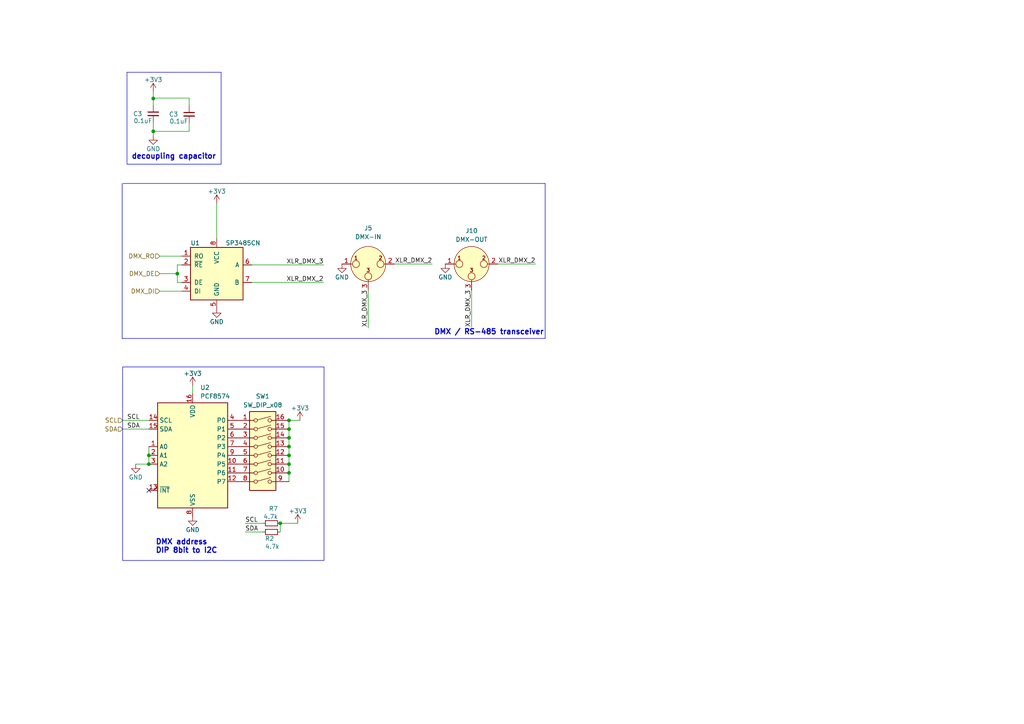
<source format=kicad_sch>
(kicad_sch (version 20230121) (generator eeschema)
  (paper "A4")
  (title_block (title "DMX_ESP_Stepper-controler") (date "2023-09-25") (rev "0.5") (company "l'électron rare") (comment 1 "SAILLANT Clément") (comment 2 "c.saillant@gmail.com") (comment 3 "+33 6 25 33 44 20"))
  (lib_symbols
    (symbol "Connector:XLR3" (pin_names hide)
      (property "Reference" "J" (at 0 8.89 0))
      (property "Value" "XLR3" (at 0 6.35 0))
      (symbol "XLR3_0_1"
        (circle (center -3.556 0) (radius 1.016))
        (circle (center 0 -3.556) (radius 1.016))
        (polyline (pts (xy -5.08 0) (xy -4.572 0)))
        (polyline (pts (xy 0 -5.08) (xy 0 -4.572)))
        (polyline (pts (xy 5.08 0) (xy 4.572 0)))
        (circle (center 0 0) (radius 5.08) (fill (type background)))
        (circle (center 3.556 0) (radius 1.016))
        (text "1" (at -3.556 1.778 0) (effects (font (size 1.016 1.016) bold)))
        (text "2" (at 3.556 1.778 0) (effects (font (size 1.016 1.016) bold)))
        (text "3" (at 0 -1.778 0) (effects (font (size 1.016 1.016) bold)))
        (pin passive line (at -7.62 0 0) (length 2.54) (name "~") (number "1"))
        (pin passive line (at 7.62 0 180) (length 2.54) (name "~") (number "2"))
        (pin passive line (at 0 -7.62 90) (length 2.54) (name "~") (number "3"))
      )
    )
    (symbol "Device:C_Small" (pin_numbers hide) (pin_names (offset 0.254) hide)
      (property "Reference" "C" (at 0.254 1.778 0))
      (property "Value" "Device_C_Small" (at 0.254 -2.032 0))
      (symbol "C_Small_0_1"
        (polyline (pts (xy -1.524 -0.508) (xy 1.524 -0.508)) (stroke (width 0.3302)))
        (polyline (pts (xy -1.524 0.508) (xy 1.524 0.508)) (stroke (width 0.3048)))
      )
      (symbol "C_Small_1_1"
        (pin passive line (at 0 2.54 270) (length 2.032) (name "~") (number "1"))
        (pin passive line (at 0 -2.54 90) (length 2.032) (name "~") (number "2"))
      )
    )
    (symbol "Device:R_Small" (pin_numbers hide) (pin_names (offset 0.254) hide)
      (property "Reference" "R" (at 0.762 0.508 0))
      (property "Value" "Device_R_Small" (at 0.762 -1.016 0))
      (symbol "R_Small_0_1"
        (rectangle (start -0.762 1.778) (end 0.762 -1.778) (stroke (width 0.2032)))
      )
      (symbol "R_Small_1_1"
        (pin passive line (at 0 2.54 270) (length 0.762) (name "~") (number "1"))
        (pin passive line (at 0 -2.54 90) (length 0.762) (name "~") (number "2"))
      )
    )
    (symbol "Interface_Expansion:PCF8574"
      (property "Reference" "U" (at -8.89 16.51 0))
      (property "Value" "PCF8574" (at 2.54 16.51 0))
      (symbol "PCF8574_0_1"
        (rectangle (start -10.16 15.24) (end 10.16 -15.24) (stroke (width 0.254)) (fill (type background)))
      )
      (symbol "PCF8574_1_1"
        (pin input line (at -12.7 2.54 0) (length 2.54) (name "A0") (number "1"))
        (pin bidirectional line (at 12.7 -2.54 180) (length 2.54) (name "P5") (number "10"))
        (pin bidirectional line (at 12.7 -5.08 180) (length 2.54) (name "P6") (number "11"))
        (pin bidirectional line (at 12.7 -7.62 180) (length 2.54) (name "P7") (number "12"))
        (pin open_collector output_low (at -12.7 -10.16 0) (length 2.54) (name "~{INT}") (number "13"))
        (pin input line (at -12.7 10.16 0) (length 2.54) (name "SCL") (number "14"))
        (pin bidirectional line (at -12.7 7.62 0) (length 2.54) (name "SDA") (number "15"))
        (pin power_in line (at 0 17.78 270) (length 2.54) (name "VDD") (number "16"))
        (pin input line (at -12.7 0 0) (length 2.54) (name "A1") (number "2"))
        (pin input line (at -12.7 -2.54 0) (length 2.54) (name "A2") (number "3"))
        (pin bidirectional line (at 12.7 10.16 180) (length 2.54) (name "P0") (number "4"))
        (pin bidirectional line (at 12.7 7.62 180) (length 2.54) (name "P1") (number "5"))
        (pin bidirectional line (at 12.7 5.08 180) (length 2.54) (name "P2") (number "6"))
        (pin bidirectional line (at 12.7 2.54 180) (length 2.54) (name "P3") (number "7"))
        (pin power_in line (at 0 -17.78 90) (length 2.54) (name "VSS") (number "8"))
        (pin bidirectional line (at 12.7 0 180) (length 2.54) (name "P4") (number "9"))
      )
    )
    (symbol "Interface_UART:SP3485CN" (pin_names (offset 1.016))
      (property "Reference" "U" (at -7.62 8.89 0))
      (property "Value" "Interface_UART_SP3485CN" (at 2.54 8.89 0))
      (symbol "SP3485CN_0_1"
        (rectangle (start -7.62 7.62) (end 7.62 -7.62) (stroke (width 0.254)) (fill (type background)))
      )
      (symbol "SP3485CN_1_1"
        (pin output line (at -10.16 5.08 0) (length 2.54) (name "RO") (number "1"))
        (pin input line (at -10.16 2.54 0) (length 2.54) (name "~{RE}") (number "2"))
        (pin input line (at -10.16 -2.54 0) (length 2.54) (name "DE") (number "3"))
        (pin input line (at -10.16 -5.08 0) (length 2.54) (name "DI") (number "4"))
        (pin power_in line (at 0 -10.16 90) (length 2.54) (name "GND") (number "5"))
        (pin bidirectional line (at 10.16 2.54 180) (length 2.54) (name "A") (number "6"))
        (pin bidirectional line (at 10.16 -2.54 180) (length 2.54) (name "B") (number "7"))
        (pin power_in line (at 0 10.16 270) (length 2.54) (name "VCC") (number "8"))
      )
    )
    (symbol "Switch:SW_DIP_x08" (pin_names (offset 0) hide)
      (property "Reference" "SW" (at 0 13.97 0))
      (property "Value" "SW_DIP_x08" (at 0 -11.43 0))
      (symbol "SW_DIP_x08_0_0"
        (circle (center -2.032 -7.62) (radius 0.508))
        (circle (center -2.032 -5.08) (radius 0.508))
        (circle (center -2.032 -2.54) (radius 0.508))
        (circle (center -2.032 0) (radius 0.508))
        (circle (center -2.032 2.54) (radius 0.508))
        (circle (center -2.032 5.08) (radius 0.508))
        (circle (center -2.032 7.62) (radius 0.508))
        (circle (center -2.032 10.16) (radius 0.508))
        (polyline (pts (xy -1.524 -7.4676) (xy 2.3622 -6.4262)))
        (polyline (pts (xy -1.524 -4.9276) (xy 2.3622 -3.8862)))
        (polyline (pts (xy -1.524 -2.3876) (xy 2.3622 -1.3462)))
        (polyline (pts (xy -1.524 0.127) (xy 2.3622 1.1684)))
        (polyline (pts (xy -1.524 2.667) (xy 2.3622 3.7084)))
        (polyline (pts (xy -1.524 5.207) (xy 2.3622 6.2484)))
        (polyline (pts (xy -1.524 7.747) (xy 2.3622 8.7884)))
        (polyline (pts (xy -1.524 10.287) (xy 2.3622 11.3284)))
        (circle (center 2.032 -7.62) (radius 0.508))
        (circle (center 2.032 -5.08) (radius 0.508))
        (circle (center 2.032 -2.54) (radius 0.508))
        (circle (center 2.032 0) (radius 0.508))
        (circle (center 2.032 2.54) (radius 0.508))
        (circle (center 2.032 5.08) (radius 0.508))
        (circle (center 2.032 7.62) (radius 0.508))
        (circle (center 2.032 10.16) (radius 0.508))
      )
      (symbol "SW_DIP_x08_0_1"
        (rectangle (start -3.81 12.7) (end 3.81 -10.16) (stroke (width 0.254)) (fill (type background)))
      )
      (symbol "SW_DIP_x08_1_1"
        (pin passive line (at -7.62 10.16 0) (length 5.08) (name "~") (number "1"))
        (pin passive line (at 7.62 -5.08 180) (length 5.08) (name "~") (number "10"))
        (pin passive line (at 7.62 -2.54 180) (length 5.08) (name "~") (number "11"))
        (pin passive line (at 7.62 0 180) (length 5.08) (name "~") (number "12"))
        (pin passive line (at 7.62 2.54 180) (length 5.08) (name "~") (number "13"))
        (pin passive line (at 7.62 5.08 180) (length 5.08) (name "~") (number "14"))
        (pin passive line (at 7.62 7.62 180) (length 5.08) (name "~") (number "15"))
        (pin passive line (at 7.62 10.16 180) (length 5.08) (name "~") (number "16"))
        (pin passive line (at -7.62 7.62 0) (length 5.08) (name "~") (number "2"))
        (pin passive line (at -7.62 5.08 0) (length 5.08) (name "~") (number "3"))
        (pin passive line (at -7.62 2.54 0) (length 5.08) (name "~") (number "4"))
        (pin passive line (at -7.62 0 0) (length 5.08) (name "~") (number "5"))
        (pin passive line (at -7.62 -2.54 0) (length 5.08) (name "~") (number "6"))
        (pin passive line (at -7.62 -5.08 0) (length 5.08) (name "~") (number "7"))
        (pin passive line (at -7.62 -7.62 0) (length 5.08) (name "~") (number "8"))
        (pin passive line (at 7.62 -7.62 180) (length 5.08) (name "~") (number "9"))
      )
    )
    (symbol "power:+3.3V" (power) (pin_names (offset 0))
      (property "Value" "power_+3.3V" (at 0 3.556 0))
      (symbol "+3.3V_0_1"
        (polyline (pts (xy -0.762 1.27) (xy 0 2.54)))
        (polyline (pts (xy 0 0) (xy 0 2.54)))
        (polyline (pts (xy 0 2.54) (xy 0.762 1.27)))
      )
      (symbol "+3.3V_1_1"
        (pin power_in line (at 0 0 90) (length 0) hide (name "+3V3") (number "1"))
      )
    )
    (symbol "power:GND" (power) (pin_names (offset 0))
      (property "Value" "power_GND" (at 0 -3.81 0))
      (symbol "GND_0_1"
        (polyline (pts (xy 0 0) (xy 0 -1.27) (xy 1.27 -1.27) (xy 0 -2.54) (xy -1.27 -1.27) (xy 0 -1.27)))
      )
      (symbol "GND_1_1"
        (pin power_in line (at 0 0 270) (length 0) hide (name "GND") (number "1"))
      )
    )
  )
  (junction (at 83.82 127))
  (junction (at 83.82 137.16))
  (junction (at 81.28 151.765))
  (junction (at 51.435 79.375))
  (junction (at 83.82 124.46))
  (junction (at 44.45 38.1))
  (junction (at 83.82 134.62))
  (junction (at 43.18 132.08))
  (junction (at 83.82 132.08))
  (junction (at 43.18 134.62))
  (junction (at 83.82 129.54))
  (junction (at 44.45 28.575))
  (junction (at 83.82 121.92))
  (no_connect (at 43.18 142.24))
  (wire (pts (xy 39.37 134.62) (xy 43.18 134.62)))
  (wire (pts (xy 46.355 74.295) (xy 52.705 74.295)))
  (wire (pts (xy 54.864 28.448) (xy 44.577 28.448)))
  (wire (pts (xy 71.12 154.305) (xy 76.2 154.305)))
  (polyline (pts (xy 158.115 53.213) (xy 158.115 98.171)))
  (wire (pts (xy 44.45 38.1) (xy 44.45 39.37)))
  (polyline (pts (xy 35.687 53.213) (xy 158.115 53.213)))
  (wire (pts (xy 125.349 76.581) (xy 114.427 76.581)))
  (wire (pts (xy 44.577 28.448) (xy 44.577 28.575)))
  (wire (pts (xy 35.56 121.92) (xy 43.18 121.92)))
  (wire (pts (xy 83.82 129.54) (xy 83.82 132.08)))
  (wire (pts (xy 155.321 76.581) (xy 144.399 76.581)))
  (wire (pts (xy 73.025 81.915) (xy 93.853 81.915)))
  (wire (pts (xy 55.88 111.887) (xy 55.88 114.3)))
  (wire (pts (xy 51.435 76.835) (xy 52.705 76.835)))
  (wire (pts (xy 73.025 76.835) (xy 93.853 76.835)))
  (wire (pts (xy 46.355 84.455) (xy 52.705 84.455)))
  (wire (pts (xy 81.28 154.305) (xy 81.28 151.765)))
  (wire (pts (xy 51.435 76.835) (xy 51.435 79.375)))
  (wire (pts (xy 44.577 28.575) (xy 44.45 28.575)))
  (wire (pts (xy 83.82 124.46) (xy 83.82 127)))
  (wire (pts (xy 43.18 132.08) (xy 43.18 134.62)))
  (wire (pts (xy 51.435 81.915) (xy 52.705 81.915)))
  (wire (pts (xy 71.12 151.765) (xy 76.2 151.765)))
  (polyline (pts (xy 35.433 53.213) (xy 35.433 98.171)))
  (wire (pts (xy 35.56 124.46) (xy 43.18 124.46)))
  (wire (pts (xy 106.807 84.201) (xy 106.807 95.123)))
  (wire (pts (xy 83.82 132.08) (xy 83.82 134.62)))
  (wire (pts (xy 54.864 28.448) (xy 54.864 30.607)))
  (wire (pts (xy 83.82 121.92) (xy 83.82 124.46)))
  (wire (pts (xy 83.82 127) (xy 83.82 129.54)))
  (wire (pts (xy 54.864 35.687) (xy 54.864 38.1)))
  (wire (pts (xy 86.36 151.765) (xy 81.28 151.765)))
  (wire (pts (xy 51.435 79.375) (xy 51.435 81.915)))
  (wire (pts (xy 44.45 26.67) (xy 44.45 28.575)))
  (wire (pts (xy 62.865 59.055) (xy 62.865 69.215)))
  (wire (pts (xy 43.18 129.54) (xy 43.18 132.08)))
  (wire (pts (xy 83.82 137.16) (xy 83.82 139.7)))
  (polyline (pts (xy 158.115 98.171) (xy 35.433 98.171)))
  (wire (pts (xy 54.864 38.1) (xy 44.45 38.1)))
  (wire (pts (xy 136.779 94.869) (xy 136.779 84.201)))
  (wire (pts (xy 44.45 28.575) (xy 44.45 30.48)))
  (wire (pts (xy 44.45 35.56) (xy 44.45 38.1)))
  (wire (pts (xy 83.82 121.92) (xy 86.995 121.92)))
  (wire (pts (xy 46.355 79.375) (xy 51.435 79.375)))
  (wire (pts (xy 83.82 134.62) (xy 83.82 137.16)))
  (rectangle (start 35.56 106.426) (end 93.98 162.56))
  (rectangle (start 36.83 20.955) (end 64.135 47.625))
  (text "decoupling capacitor" (at 38.1 46.355 0) (effects (font (size 1.524 1.524) (thickness 0.3048) bold) (justify left bottom)))
  (text "DMX address\nDIP 8bit to I2C" (at 45.085 160.655 0) (effects (font (size 1.524 1.524) (thickness 0.3048) bold) (justify left bottom)))
  (text "DMX / RS-485 transceiver" (at 125.857 97.282 0) (effects (font (size 1.524 1.524) (thickness 0.3048) bold) (justify left bottom)))
  (label "SCL" (at 36.83 121.92 0))
  (label "XLR_DMX_3" (at 136.779 94.869 90))
  (label "XLR_DMX_2" (at 125.349 76.581 180))
  (label "XLR_DMX_2" (at 155.321 76.581 180))
  (label "SCL" (at 71.12 151.765 0))
  (label "SDA" (at 36.83 124.46 0))
  (label "XLR_DMX_3" (at 106.807 94.869 90))
  (label "XLR_DMX_2" (at 93.853 81.915 180))
  (label "SDA" (at 71.12 154.305 0))
  (label "XLR_DMX_3" (at 93.853 76.835 180))
  (hierarchical_label "DMX_DI" (shape input) (at 46.355 84.455 180))
  (hierarchical_label "DMX_RO" (shape input) (at 46.355 74.295 180))
  (hierarchical_label "DMX_DE" (shape input) (at 46.355 79.375 180))
  (hierarchical_label "SDA" (shape input) (at 35.56 124.46 180))
  (hierarchical_label "SCL" (shape input) (at 35.56 121.92 180))
  (symbol (lib_id "power:GND") (at 129.159 76.581 0) (unit 1)
    (property "Reference" "#PWR0105" (effects hide))
    (property "Value" "GND" (at 129.159 80.391 0))
    (instances (project "PCB" (path "" (reference "#PWR0105") (unit 1)) (path "" (reference "#PWR016") (unit 1))))
  )
  (symbol (lib_id "Switch:SW_DIP_x08") (at 76.2 132.08 0) (unit 1)
    (property "Reference" "SW1" (at 76.2 114.935 0))
    (property "Value" "SW_DIP_x08" (at 76.2 117.475 0))
    (property "Footprint" "Button_Switch_THT:SW_DIP_SPSTx08_Piano_CTS_Series194-8MSTN_W7.62mm_P2.54mm" (effects hide))
  )
  (symbol (lib_id "power:GND") (at 55.88 149.86 0) (unit 1)
    (property "Reference" "#PWR017" (effects hide))
    (property "Value" "GND" (at 55.88 153.67 0))
    (instances (project "PCB" (path "" (reference "#PWR017") (unit 1)) (path "" (reference "#PWR020") (unit 1))))
  )
  (symbol (lib_id "Device:C_Small") (at 54.864 33.147 0) (mirror y) (unit 1)
    (property "Reference" "C3" (at 51.689 33.147 0) (effects (justify left)))
    (property "Value" "0.1uF" (at 54.61 35.179 0) (effects (justify left)))
    (property "Footprint" "Capacitor_SMD:C_0603_1608Metric" (effects hide))
    (instances (project "PCB" (path "" (reference "C3") (unit 1)) (path "" (reference "C9") (unit 1))))
  )
  (symbol (lib_id "power:GND") (at 99.187 76.581 0) (unit 1)
    (property "Reference" "#PWR016" (effects hide))
    (property "Value" "GND" (at 99.187 80.391 0))
    (instances (project "PCB" (path "" (reference "#PWR016") (unit 1)) (path "" (reference "#PWR015") (unit 1))))
  )
  (symbol (lib_id "Interface_UART:SP3485CN") (at 62.865 79.375 0) (unit 1)
    (property "Reference" "U1" (at 55.245 70.485 0) (effects (justify left)))
    (property "Value" "SP3485CN" (at 65.405 70.485 0) (effects (justify left)))
    (property "Footprint" "Package_SO:SOIC-8_3.9x4.9mm_P1.27mm" (effects hide))
  )
  (symbol (lib_id "power:+3.3V") (at 86.36 151.765 0) (unit 1)
    (property "Reference" "#PWR028" (effects hide))
    (property "Value" "+3.3V" (at 86.36 148.209 0))
  )
  (symbol (lib_id "power:+3.3V") (at 55.88 111.887 0) (unit 1)
    (property "Reference" "#PWR023" (effects hide))
    (property "Value" "+3.3V" (at 55.88 108.331 0))
    (instances (project "PCB" (path "" (reference "#PWR023") (unit 1)) (path "" (reference "#PWR034") (unit 1))))
  )
  (symbol (lib_id "Device:R_Small") (at 78.74 154.305 90) (unit 1)
    (property "Reference" "R2" (at 76.835 156.21 90) (effects (justify right)))
    (property "Value" "4.7k" (at 76.835 158.5214 90) (effects (justify right)))
    (property "Footprint" "Resistor_SMD:R_0603_1608Metric" (effects hide))
    (instances (project "PCB" (path "" (reference "R2") (unit 1)) (path "" (reference "R7") (unit 1))))
  )
  (symbol (lib_id "Device:R_Small") (at 78.74 151.765 270) (unit 1)
    (property "Reference" "R7" (at 80.645 147.5486 90) (effects (justify right)))
    (property "Value" "4.7k" (at 80.645 149.86 90) (effects (justify right)))
    (property "Footprint" "Resistor_SMD:R_0603_1608Metric" (effects hide))
    (instances (project "PCB" (path "" (reference "R7") (unit 1)) (path "" (reference "R2") (unit 1))))
  )
  (symbol (lib_id "power:GND") (at 39.37 134.62 0) (unit 1)
    (property "Reference" "#PWR020" (effects hide))
    (property "Value" "GND" (at 39.37 138.43 0))
    (instances (project "PCB" (path "" (reference "#PWR020") (unit 1)) (path "" (reference "#PWR017") (unit 1))))
  )
  (symbol (lib_id "power:+3.3V") (at 44.45 26.67 0) (unit 1)
    (property "Reference" "#PWR023" (effects hide))
    (property "Value" "+3.3V" (at 44.45 23.114 0))
    (instances (project "PCB" (path "" (reference "#PWR023") (unit 1)) (path "" (reference "#PWR019") (unit 1))))
  )
  (symbol (lib_id "power:+3.3V") (at 86.995 121.92 0) (unit 1)
    (property "Reference" "#PWR015" (effects hide))
    (property "Value" "+3.3V" (at 86.995 118.364 0))
    (instances (project "PCB" (path "" (reference "#PWR015") (unit 1)) (path "" (reference "#PWR033") (unit 1))))
  )
  (symbol (lib_id "Device:C_Small") (at 44.45 33.02 0) (mirror y) (unit 1)
    (property "Reference" "C3" (at 41.275 33.02 0) (effects (justify left)))
    (property "Value" "0.1uF" (at 44.196 35.052 0) (effects (justify left)))
    (property "Footprint" "Capacitor_SMD:C_0603_1608Metric" (effects hide))
  )
  (symbol (lib_id "power:GND") (at 62.865 89.535 0) (unit 1)
    (property "Reference" "#PWR09" (effects hide))
    (property "Value" "GND" (at 62.865 93.345 0))
  )
  (symbol (lib_id "Connector:XLR3") (at 136.779 76.581 0) (unit 1)
    (property "Reference" "J10" (at 136.779 66.929 0))
    (property "Value" "DMX-OUT" (at 136.779 69.469 0))
    (property "Footprint" "AC3MAH-AU-PRE:AC3MAH-AU-PRE" (effects hide))
    (property "Datasheet" " ~" (effects hide))
    (instances (project "PCB" (path "" (reference "J10") (unit 1)) (path "" (reference "J9") (unit 1))))
  )
  (symbol (lib_id "Interface_Expansion:PCF8574") (at 55.88 132.08 0) (unit 1)
    (property "Reference" "U2" (at 58.0741 112.395 0) (effects (justify left)))
    (property "Value" "PCF8574" (at 58.0741 114.935 0) (effects (justify left)))
    (property "Footprint" "Package_SO:SSOP-20_4.4x6.5mm_P0.65mm" (effects hide))
    (property "Datasheet" "http://www.nxp.com/docs/en/data-sheet/PCF8574_PCF8574A.pdf" (effects hide))
  )
  (symbol (lib_id "Connector:XLR3") (at 106.807 76.581 0) (unit 1)
    (property "Reference" "J5" (at 106.807 66.167 0))
    (property "Value" "DMX-IN" (at 106.807 68.707 0))
    (property "Footprint" "AC3MAH-AU-PRE:AC3FAHL2-AU-PRE" (effects hide))
    (property "Datasheet" " ~" (effects hide))
  )
  (symbol (lib_id "power:+3.3V") (at 62.865 59.055 0) (unit 1)
    (property "Reference" "#PWR07" (effects hide))
    (property "Value" "+3.3V" (at 62.865 55.499 0))
  )
  (symbol (lib_id "power:GND") (at 44.45 39.37 0) (unit 1)
    (property "Reference" "#PWR08" (effects hide))
    (property "Value" "GND" (at 44.45 43.18 0))
    (instances (project "PCB" (path "" (reference "#PWR08") (unit 1)) (path "" (reference "#PWR036") (unit 1))))
  )
)
</source>
